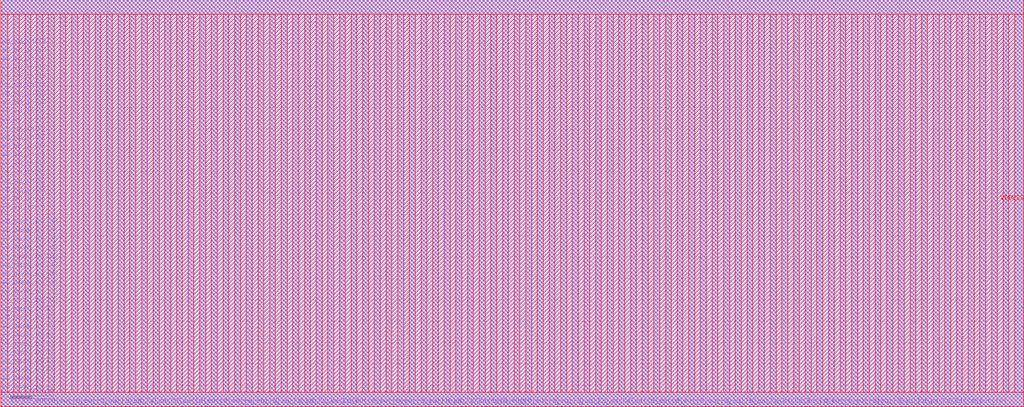
<source format=lef>
VERSION 5.7 ;
BUSBITCHARS "[]" ;
MACRO fakeram_20x64_2r1w
  FOREIGN fakeram_20x64_2r1w 0 0 ;
  SYMMETRY X Y R90 ;
  SIZE 477.940 BY 190.400 ;
  CLASS BLOCK ;
  PIN w0_mask_in[0]
    DIRECTION INPUT ;
    USE SIGNAL ;
    SHAPE ABUTMENT ;
    PORT
      LAYER met3 ;
      RECT 0.000 6.650 0.800 6.950 ;
    END
  END w0_mask_in[0]
  PIN w0_mask_in[1]
    DIRECTION INPUT ;
    USE SIGNAL ;
    SHAPE ABUTMENT ;
    PORT
      LAYER met3 ;
      RECT 0.000 10.730 0.800 11.030 ;
    END
  END w0_mask_in[1]
  PIN w0_mask_in[2]
    DIRECTION INPUT ;
    USE SIGNAL ;
    SHAPE ABUTMENT ;
    PORT
      LAYER met3 ;
      RECT 0.000 14.810 0.800 15.110 ;
    END
  END w0_mask_in[2]
  PIN w0_mask_in[3]
    DIRECTION INPUT ;
    USE SIGNAL ;
    SHAPE ABUTMENT ;
    PORT
      LAYER met3 ;
      RECT 0.000 18.890 0.800 19.190 ;
    END
  END w0_mask_in[3]
  PIN w0_mask_in[4]
    DIRECTION INPUT ;
    USE SIGNAL ;
    SHAPE ABUTMENT ;
    PORT
      LAYER met3 ;
      RECT 0.000 22.970 0.800 23.270 ;
    END
  END w0_mask_in[4]
  PIN w0_mask_in[5]
    DIRECTION INPUT ;
    USE SIGNAL ;
    SHAPE ABUTMENT ;
    PORT
      LAYER met3 ;
      RECT 0.000 27.050 0.800 27.350 ;
    END
  END w0_mask_in[5]
  PIN w0_mask_in[6]
    DIRECTION INPUT ;
    USE SIGNAL ;
    SHAPE ABUTMENT ;
    PORT
      LAYER met3 ;
      RECT 0.000 31.130 0.800 31.430 ;
    END
  END w0_mask_in[6]
  PIN w0_mask_in[7]
    DIRECTION INPUT ;
    USE SIGNAL ;
    SHAPE ABUTMENT ;
    PORT
      LAYER met3 ;
      RECT 0.000 35.210 0.800 35.510 ;
    END
  END w0_mask_in[7]
  PIN w0_mask_in[8]
    DIRECTION INPUT ;
    USE SIGNAL ;
    SHAPE ABUTMENT ;
    PORT
      LAYER met3 ;
      RECT 0.000 39.290 0.800 39.590 ;
    END
  END w0_mask_in[8]
  PIN w0_mask_in[9]
    DIRECTION INPUT ;
    USE SIGNAL ;
    SHAPE ABUTMENT ;
    PORT
      LAYER met3 ;
      RECT 0.000 43.370 0.800 43.670 ;
    END
  END w0_mask_in[9]
  PIN w0_mask_in[10]
    DIRECTION INPUT ;
    USE SIGNAL ;
    SHAPE ABUTMENT ;
    PORT
      LAYER met3 ;
      RECT 0.000 47.450 0.800 47.750 ;
    END
  END w0_mask_in[10]
  PIN w0_mask_in[11]
    DIRECTION INPUT ;
    USE SIGNAL ;
    SHAPE ABUTMENT ;
    PORT
      LAYER met3 ;
      RECT 0.000 51.530 0.800 51.830 ;
    END
  END w0_mask_in[11]
  PIN w0_mask_in[12]
    DIRECTION INPUT ;
    USE SIGNAL ;
    SHAPE ABUTMENT ;
    PORT
      LAYER met3 ;
      RECT 0.000 55.610 0.800 55.910 ;
    END
  END w0_mask_in[12]
  PIN w0_mask_in[13]
    DIRECTION INPUT ;
    USE SIGNAL ;
    SHAPE ABUTMENT ;
    PORT
      LAYER met3 ;
      RECT 0.000 59.690 0.800 59.990 ;
    END
  END w0_mask_in[13]
  PIN w0_mask_in[14]
    DIRECTION INPUT ;
    USE SIGNAL ;
    SHAPE ABUTMENT ;
    PORT
      LAYER met3 ;
      RECT 0.000 63.770 0.800 64.070 ;
    END
  END w0_mask_in[14]
  PIN w0_mask_in[15]
    DIRECTION INPUT ;
    USE SIGNAL ;
    SHAPE ABUTMENT ;
    PORT
      LAYER met3 ;
      RECT 0.000 67.850 0.800 68.150 ;
    END
  END w0_mask_in[15]
  PIN w0_mask_in[16]
    DIRECTION INPUT ;
    USE SIGNAL ;
    SHAPE ABUTMENT ;
    PORT
      LAYER met3 ;
      RECT 0.000 71.930 0.800 72.230 ;
    END
  END w0_mask_in[16]
  PIN w0_mask_in[17]
    DIRECTION INPUT ;
    USE SIGNAL ;
    SHAPE ABUTMENT ;
    PORT
      LAYER met3 ;
      RECT 0.000 76.010 0.800 76.310 ;
    END
  END w0_mask_in[17]
  PIN w0_mask_in[18]
    DIRECTION INPUT ;
    USE SIGNAL ;
    SHAPE ABUTMENT ;
    PORT
      LAYER met3 ;
      RECT 0.000 80.090 0.800 80.390 ;
    END
  END w0_mask_in[18]
  PIN w0_mask_in[19]
    DIRECTION INPUT ;
    USE SIGNAL ;
    SHAPE ABUTMENT ;
    PORT
      LAYER met3 ;
      RECT 0.000 84.170 0.800 84.470 ;
    END
  END w0_mask_in[19]
  PIN w0_wd_in[0]
    DIRECTION INPUT ;
    USE SIGNAL ;
    SHAPE ABUTMENT ;
    PORT
      LAYER met3 ;
      RECT 0.000 90.970 0.800 91.270 ;
    END
  END w0_wd_in[0]
  PIN w0_wd_in[1]
    DIRECTION INPUT ;
    USE SIGNAL ;
    SHAPE ABUTMENT ;
    PORT
      LAYER met3 ;
      RECT 0.000 95.050 0.800 95.350 ;
    END
  END w0_wd_in[1]
  PIN w0_wd_in[2]
    DIRECTION INPUT ;
    USE SIGNAL ;
    SHAPE ABUTMENT ;
    PORT
      LAYER met3 ;
      RECT 0.000 99.130 0.800 99.430 ;
    END
  END w0_wd_in[2]
  PIN w0_wd_in[3]
    DIRECTION INPUT ;
    USE SIGNAL ;
    SHAPE ABUTMENT ;
    PORT
      LAYER met3 ;
      RECT 0.000 103.210 0.800 103.510 ;
    END
  END w0_wd_in[3]
  PIN w0_wd_in[4]
    DIRECTION INPUT ;
    USE SIGNAL ;
    SHAPE ABUTMENT ;
    PORT
      LAYER met3 ;
      RECT 0.000 107.290 0.800 107.590 ;
    END
  END w0_wd_in[4]
  PIN w0_wd_in[5]
    DIRECTION INPUT ;
    USE SIGNAL ;
    SHAPE ABUTMENT ;
    PORT
      LAYER met3 ;
      RECT 0.000 111.370 0.800 111.670 ;
    END
  END w0_wd_in[5]
  PIN w0_wd_in[6]
    DIRECTION INPUT ;
    USE SIGNAL ;
    SHAPE ABUTMENT ;
    PORT
      LAYER met3 ;
      RECT 0.000 115.450 0.800 115.750 ;
    END
  END w0_wd_in[6]
  PIN w0_wd_in[7]
    DIRECTION INPUT ;
    USE SIGNAL ;
    SHAPE ABUTMENT ;
    PORT
      LAYER met3 ;
      RECT 0.000 119.530 0.800 119.830 ;
    END
  END w0_wd_in[7]
  PIN w0_wd_in[8]
    DIRECTION INPUT ;
    USE SIGNAL ;
    SHAPE ABUTMENT ;
    PORT
      LAYER met3 ;
      RECT 0.000 123.610 0.800 123.910 ;
    END
  END w0_wd_in[8]
  PIN w0_wd_in[9]
    DIRECTION INPUT ;
    USE SIGNAL ;
    SHAPE ABUTMENT ;
    PORT
      LAYER met3 ;
      RECT 0.000 127.690 0.800 127.990 ;
    END
  END w0_wd_in[9]
  PIN w0_wd_in[10]
    DIRECTION INPUT ;
    USE SIGNAL ;
    SHAPE ABUTMENT ;
    PORT
      LAYER met3 ;
      RECT 0.000 131.770 0.800 132.070 ;
    END
  END w0_wd_in[10]
  PIN w0_wd_in[11]
    DIRECTION INPUT ;
    USE SIGNAL ;
    SHAPE ABUTMENT ;
    PORT
      LAYER met3 ;
      RECT 0.000 135.850 0.800 136.150 ;
    END
  END w0_wd_in[11]
  PIN w0_wd_in[12]
    DIRECTION INPUT ;
    USE SIGNAL ;
    SHAPE ABUTMENT ;
    PORT
      LAYER met3 ;
      RECT 0.000 139.930 0.800 140.230 ;
    END
  END w0_wd_in[12]
  PIN w0_wd_in[13]
    DIRECTION INPUT ;
    USE SIGNAL ;
    SHAPE ABUTMENT ;
    PORT
      LAYER met3 ;
      RECT 0.000 144.010 0.800 144.310 ;
    END
  END w0_wd_in[13]
  PIN w0_wd_in[14]
    DIRECTION INPUT ;
    USE SIGNAL ;
    SHAPE ABUTMENT ;
    PORT
      LAYER met3 ;
      RECT 0.000 148.090 0.800 148.390 ;
    END
  END w0_wd_in[14]
  PIN w0_wd_in[15]
    DIRECTION INPUT ;
    USE SIGNAL ;
    SHAPE ABUTMENT ;
    PORT
      LAYER met3 ;
      RECT 0.000 152.170 0.800 152.470 ;
    END
  END w0_wd_in[15]
  PIN w0_wd_in[16]
    DIRECTION INPUT ;
    USE SIGNAL ;
    SHAPE ABUTMENT ;
    PORT
      LAYER met3 ;
      RECT 0.000 156.250 0.800 156.550 ;
    END
  END w0_wd_in[16]
  PIN w0_wd_in[17]
    DIRECTION INPUT ;
    USE SIGNAL ;
    SHAPE ABUTMENT ;
    PORT
      LAYER met3 ;
      RECT 0.000 160.330 0.800 160.630 ;
    END
  END w0_wd_in[17]
  PIN w0_wd_in[18]
    DIRECTION INPUT ;
    USE SIGNAL ;
    SHAPE ABUTMENT ;
    PORT
      LAYER met3 ;
      RECT 0.000 164.410 0.800 164.710 ;
    END
  END w0_wd_in[18]
  PIN w0_wd_in[19]
    DIRECTION INPUT ;
    USE SIGNAL ;
    SHAPE ABUTMENT ;
    PORT
      LAYER met3 ;
      RECT 0.000 168.490 0.800 168.790 ;
    END
  END w0_wd_in[19]
  PIN r0_rd_out[0]
    DIRECTION OUTPUT ;
    USE SIGNAL ;
    SHAPE ABUTMENT ;
    PORT
      LAYER met2 ;
      RECT 4.530 0.000 4.670 0.350 ;
    END
  END r0_rd_out[0]
  PIN r0_rd_out[1]
    DIRECTION OUTPUT ;
    USE SIGNAL ;
    SHAPE ABUTMENT ;
    PORT
      LAYER met2 ;
      RECT 16.030 0.000 16.170 0.350 ;
    END
  END r0_rd_out[1]
  PIN r0_rd_out[2]
    DIRECTION OUTPUT ;
    USE SIGNAL ;
    SHAPE ABUTMENT ;
    PORT
      LAYER met2 ;
      RECT 27.530 0.000 27.670 0.350 ;
    END
  END r0_rd_out[2]
  PIN r0_rd_out[3]
    DIRECTION OUTPUT ;
    USE SIGNAL ;
    SHAPE ABUTMENT ;
    PORT
      LAYER met2 ;
      RECT 39.030 0.000 39.170 0.350 ;
    END
  END r0_rd_out[3]
  PIN r0_rd_out[4]
    DIRECTION OUTPUT ;
    USE SIGNAL ;
    SHAPE ABUTMENT ;
    PORT
      LAYER met2 ;
      RECT 50.530 0.000 50.670 0.350 ;
    END
  END r0_rd_out[4]
  PIN r0_rd_out[5]
    DIRECTION OUTPUT ;
    USE SIGNAL ;
    SHAPE ABUTMENT ;
    PORT
      LAYER met2 ;
      RECT 62.030 0.000 62.170 0.350 ;
    END
  END r0_rd_out[5]
  PIN r0_rd_out[6]
    DIRECTION OUTPUT ;
    USE SIGNAL ;
    SHAPE ABUTMENT ;
    PORT
      LAYER met2 ;
      RECT 73.530 0.000 73.670 0.350 ;
    END
  END r0_rd_out[6]
  PIN r0_rd_out[7]
    DIRECTION OUTPUT ;
    USE SIGNAL ;
    SHAPE ABUTMENT ;
    PORT
      LAYER met2 ;
      RECT 85.030 0.000 85.170 0.350 ;
    END
  END r0_rd_out[7]
  PIN r0_rd_out[8]
    DIRECTION OUTPUT ;
    USE SIGNAL ;
    SHAPE ABUTMENT ;
    PORT
      LAYER met2 ;
      RECT 96.530 0.000 96.670 0.350 ;
    END
  END r0_rd_out[8]
  PIN r0_rd_out[9]
    DIRECTION OUTPUT ;
    USE SIGNAL ;
    SHAPE ABUTMENT ;
    PORT
      LAYER met2 ;
      RECT 108.030 0.000 108.170 0.350 ;
    END
  END r0_rd_out[9]
  PIN r0_rd_out[10]
    DIRECTION OUTPUT ;
    USE SIGNAL ;
    SHAPE ABUTMENT ;
    PORT
      LAYER met2 ;
      RECT 119.530 0.000 119.670 0.350 ;
    END
  END r0_rd_out[10]
  PIN r0_rd_out[11]
    DIRECTION OUTPUT ;
    USE SIGNAL ;
    SHAPE ABUTMENT ;
    PORT
      LAYER met2 ;
      RECT 131.030 0.000 131.170 0.350 ;
    END
  END r0_rd_out[11]
  PIN r0_rd_out[12]
    DIRECTION OUTPUT ;
    USE SIGNAL ;
    SHAPE ABUTMENT ;
    PORT
      LAYER met2 ;
      RECT 142.530 0.000 142.670 0.350 ;
    END
  END r0_rd_out[12]
  PIN r0_rd_out[13]
    DIRECTION OUTPUT ;
    USE SIGNAL ;
    SHAPE ABUTMENT ;
    PORT
      LAYER met2 ;
      RECT 154.030 0.000 154.170 0.350 ;
    END
  END r0_rd_out[13]
  PIN r0_rd_out[14]
    DIRECTION OUTPUT ;
    USE SIGNAL ;
    SHAPE ABUTMENT ;
    PORT
      LAYER met2 ;
      RECT 165.530 0.000 165.670 0.350 ;
    END
  END r0_rd_out[14]
  PIN r0_rd_out[15]
    DIRECTION OUTPUT ;
    USE SIGNAL ;
    SHAPE ABUTMENT ;
    PORT
      LAYER met2 ;
      RECT 177.030 0.000 177.170 0.350 ;
    END
  END r0_rd_out[15]
  PIN r0_rd_out[16]
    DIRECTION OUTPUT ;
    USE SIGNAL ;
    SHAPE ABUTMENT ;
    PORT
      LAYER met2 ;
      RECT 188.530 0.000 188.670 0.350 ;
    END
  END r0_rd_out[16]
  PIN r0_rd_out[17]
    DIRECTION OUTPUT ;
    USE SIGNAL ;
    SHAPE ABUTMENT ;
    PORT
      LAYER met2 ;
      RECT 200.030 0.000 200.170 0.350 ;
    END
  END r0_rd_out[17]
  PIN r0_rd_out[18]
    DIRECTION OUTPUT ;
    USE SIGNAL ;
    SHAPE ABUTMENT ;
    PORT
      LAYER met2 ;
      RECT 211.530 0.000 211.670 0.350 ;
    END
  END r0_rd_out[18]
  PIN r0_rd_out[19]
    DIRECTION OUTPUT ;
    USE SIGNAL ;
    SHAPE ABUTMENT ;
    PORT
      LAYER met2 ;
      RECT 223.030 0.000 223.170 0.350 ;
    END
  END r0_rd_out[19]
  PIN r1_rd_out[0]
    DIRECTION OUTPUT ;
    USE SIGNAL ;
    SHAPE ABUTMENT ;
    PORT
      LAYER met2 ;
      RECT 227.170 0.000 227.310 0.350 ;
    END
  END r1_rd_out[0]
  PIN r1_rd_out[1]
    DIRECTION OUTPUT ;
    USE SIGNAL ;
    SHAPE ABUTMENT ;
    PORT
      LAYER met2 ;
      RECT 238.670 0.000 238.810 0.350 ;
    END
  END r1_rd_out[1]
  PIN r1_rd_out[2]
    DIRECTION OUTPUT ;
    USE SIGNAL ;
    SHAPE ABUTMENT ;
    PORT
      LAYER met2 ;
      RECT 250.170 0.000 250.310 0.350 ;
    END
  END r1_rd_out[2]
  PIN r1_rd_out[3]
    DIRECTION OUTPUT ;
    USE SIGNAL ;
    SHAPE ABUTMENT ;
    PORT
      LAYER met2 ;
      RECT 261.670 0.000 261.810 0.350 ;
    END
  END r1_rd_out[3]
  PIN r1_rd_out[4]
    DIRECTION OUTPUT ;
    USE SIGNAL ;
    SHAPE ABUTMENT ;
    PORT
      LAYER met2 ;
      RECT 273.170 0.000 273.310 0.350 ;
    END
  END r1_rd_out[4]
  PIN r1_rd_out[5]
    DIRECTION OUTPUT ;
    USE SIGNAL ;
    SHAPE ABUTMENT ;
    PORT
      LAYER met2 ;
      RECT 284.670 0.000 284.810 0.350 ;
    END
  END r1_rd_out[5]
  PIN r1_rd_out[6]
    DIRECTION OUTPUT ;
    USE SIGNAL ;
    SHAPE ABUTMENT ;
    PORT
      LAYER met2 ;
      RECT 296.170 0.000 296.310 0.350 ;
    END
  END r1_rd_out[6]
  PIN r1_rd_out[7]
    DIRECTION OUTPUT ;
    USE SIGNAL ;
    SHAPE ABUTMENT ;
    PORT
      LAYER met2 ;
      RECT 307.670 0.000 307.810 0.350 ;
    END
  END r1_rd_out[7]
  PIN r1_rd_out[8]
    DIRECTION OUTPUT ;
    USE SIGNAL ;
    SHAPE ABUTMENT ;
    PORT
      LAYER met2 ;
      RECT 319.170 0.000 319.310 0.350 ;
    END
  END r1_rd_out[8]
  PIN r1_rd_out[9]
    DIRECTION OUTPUT ;
    USE SIGNAL ;
    SHAPE ABUTMENT ;
    PORT
      LAYER met2 ;
      RECT 330.670 0.000 330.810 0.350 ;
    END
  END r1_rd_out[9]
  PIN r1_rd_out[10]
    DIRECTION OUTPUT ;
    USE SIGNAL ;
    SHAPE ABUTMENT ;
    PORT
      LAYER met2 ;
      RECT 342.170 0.000 342.310 0.350 ;
    END
  END r1_rd_out[10]
  PIN r1_rd_out[11]
    DIRECTION OUTPUT ;
    USE SIGNAL ;
    SHAPE ABUTMENT ;
    PORT
      LAYER met2 ;
      RECT 353.670 0.000 353.810 0.350 ;
    END
  END r1_rd_out[11]
  PIN r1_rd_out[12]
    DIRECTION OUTPUT ;
    USE SIGNAL ;
    SHAPE ABUTMENT ;
    PORT
      LAYER met2 ;
      RECT 365.170 0.000 365.310 0.350 ;
    END
  END r1_rd_out[12]
  PIN r1_rd_out[13]
    DIRECTION OUTPUT ;
    USE SIGNAL ;
    SHAPE ABUTMENT ;
    PORT
      LAYER met2 ;
      RECT 376.670 0.000 376.810 0.350 ;
    END
  END r1_rd_out[13]
  PIN r1_rd_out[14]
    DIRECTION OUTPUT ;
    USE SIGNAL ;
    SHAPE ABUTMENT ;
    PORT
      LAYER met2 ;
      RECT 388.170 0.000 388.310 0.350 ;
    END
  END r1_rd_out[14]
  PIN r1_rd_out[15]
    DIRECTION OUTPUT ;
    USE SIGNAL ;
    SHAPE ABUTMENT ;
    PORT
      LAYER met2 ;
      RECT 399.670 0.000 399.810 0.350 ;
    END
  END r1_rd_out[15]
  PIN r1_rd_out[16]
    DIRECTION OUTPUT ;
    USE SIGNAL ;
    SHAPE ABUTMENT ;
    PORT
      LAYER met2 ;
      RECT 411.170 0.000 411.310 0.350 ;
    END
  END r1_rd_out[16]
  PIN r1_rd_out[17]
    DIRECTION OUTPUT ;
    USE SIGNAL ;
    SHAPE ABUTMENT ;
    PORT
      LAYER met2 ;
      RECT 422.670 0.000 422.810 0.350 ;
    END
  END r1_rd_out[17]
  PIN r1_rd_out[18]
    DIRECTION OUTPUT ;
    USE SIGNAL ;
    SHAPE ABUTMENT ;
    PORT
      LAYER met2 ;
      RECT 434.170 0.000 434.310 0.350 ;
    END
  END r1_rd_out[18]
  PIN r1_rd_out[19]
    DIRECTION OUTPUT ;
    USE SIGNAL ;
    SHAPE ABUTMENT ;
    PORT
      LAYER met2 ;
      RECT 445.670 0.000 445.810 0.350 ;
    END
  END r1_rd_out[19]
  PIN w0_addr_in[0]
    DIRECTION INPUT ;
    USE SIGNAL ;
    SHAPE ABUTMENT ;
    PORT
      LAYER met3 ;
      RECT 477.140 6.650 477.940 6.950 ;
    END
  END w0_addr_in[0]
  PIN w0_addr_in[1]
    DIRECTION INPUT ;
    USE SIGNAL ;
    SHAPE ABUTMENT ;
    PORT
      LAYER met3 ;
      RECT 477.140 12.770 477.940 13.070 ;
    END
  END w0_addr_in[1]
  PIN w0_addr_in[2]
    DIRECTION INPUT ;
    USE SIGNAL ;
    SHAPE ABUTMENT ;
    PORT
      LAYER met3 ;
      RECT 477.140 18.890 477.940 19.190 ;
    END
  END w0_addr_in[2]
  PIN w0_addr_in[3]
    DIRECTION INPUT ;
    USE SIGNAL ;
    SHAPE ABUTMENT ;
    PORT
      LAYER met3 ;
      RECT 477.140 25.010 477.940 25.310 ;
    END
  END w0_addr_in[3]
  PIN w0_addr_in[4]
    DIRECTION INPUT ;
    USE SIGNAL ;
    SHAPE ABUTMENT ;
    PORT
      LAYER met3 ;
      RECT 477.140 31.130 477.940 31.430 ;
    END
  END w0_addr_in[4]
  PIN w0_addr_in[5]
    DIRECTION INPUT ;
    USE SIGNAL ;
    SHAPE ABUTMENT ;
    PORT
      LAYER met3 ;
      RECT 477.140 37.250 477.940 37.550 ;
    END
  END w0_addr_in[5]
  PIN r0_addr_in[0]
    DIRECTION INPUT ;
    USE SIGNAL ;
    SHAPE ABUTMENT ;
    PORT
      LAYER met2 ;
      RECT 4.530 190.050 4.670 190.400 ;
    END
  END r0_addr_in[0]
  PIN r0_addr_in[1]
    DIRECTION INPUT ;
    USE SIGNAL ;
    SHAPE ABUTMENT ;
    PORT
      LAYER met2 ;
      RECT 15.110 190.050 15.250 190.400 ;
    END
  END r0_addr_in[1]
  PIN r0_addr_in[2]
    DIRECTION INPUT ;
    USE SIGNAL ;
    SHAPE ABUTMENT ;
    PORT
      LAYER met2 ;
      RECT 25.690 190.050 25.830 190.400 ;
    END
  END r0_addr_in[2]
  PIN r0_addr_in[3]
    DIRECTION INPUT ;
    USE SIGNAL ;
    SHAPE ABUTMENT ;
    PORT
      LAYER met2 ;
      RECT 36.270 190.050 36.410 190.400 ;
    END
  END r0_addr_in[3]
  PIN r0_addr_in[4]
    DIRECTION INPUT ;
    USE SIGNAL ;
    SHAPE ABUTMENT ;
    PORT
      LAYER met2 ;
      RECT 46.850 190.050 46.990 190.400 ;
    END
  END r0_addr_in[4]
  PIN r0_addr_in[5]
    DIRECTION INPUT ;
    USE SIGNAL ;
    SHAPE ABUTMENT ;
    PORT
      LAYER met2 ;
      RECT 57.430 190.050 57.570 190.400 ;
    END
  END r0_addr_in[5]
  PIN r1_addr_in[0]
    DIRECTION INPUT ;
    USE SIGNAL ;
    SHAPE ABUTMENT ;
    PORT
      LAYER met2 ;
      RECT 58.810 190.050 58.950 190.400 ;
    END
  END r1_addr_in[0]
  PIN r1_addr_in[1]
    DIRECTION INPUT ;
    USE SIGNAL ;
    SHAPE ABUTMENT ;
    PORT
      LAYER met2 ;
      RECT 69.390 190.050 69.530 190.400 ;
    END
  END r1_addr_in[1]
  PIN r1_addr_in[2]
    DIRECTION INPUT ;
    USE SIGNAL ;
    SHAPE ABUTMENT ;
    PORT
      LAYER met2 ;
      RECT 79.970 190.050 80.110 190.400 ;
    END
  END r1_addr_in[2]
  PIN r1_addr_in[3]
    DIRECTION INPUT ;
    USE SIGNAL ;
    SHAPE ABUTMENT ;
    PORT
      LAYER met2 ;
      RECT 90.550 190.050 90.690 190.400 ;
    END
  END r1_addr_in[3]
  PIN r1_addr_in[4]
    DIRECTION INPUT ;
    USE SIGNAL ;
    SHAPE ABUTMENT ;
    PORT
      LAYER met2 ;
      RECT 101.130 190.050 101.270 190.400 ;
    END
  END r1_addr_in[4]
  PIN r1_addr_in[5]
    DIRECTION INPUT ;
    USE SIGNAL ;
    SHAPE ABUTMENT ;
    PORT
      LAYER met2 ;
      RECT 111.710 190.050 111.850 190.400 ;
    END
  END r1_addr_in[5]
  PIN w0_we_in
    DIRECTION INPUT ;
    USE SIGNAL ;
    SHAPE ABUTMENT ;
    PORT
      LAYER met3 ;
      RECT 477.140 46.090 477.940 46.390 ;
    END
  END w0_we_in
  PIN w0_ce_in
    DIRECTION INPUT ;
    USE SIGNAL ;
    SHAPE ABUTMENT ;
    PORT
      LAYER met3 ;
      RECT 477.140 54.930 477.940 55.230 ;
    END
  END w0_ce_in
  PIN w0_clk
    DIRECTION INPUT ;
    USE SIGNAL ;
    SHAPE ABUTMENT ;
    PORT
      LAYER met3 ;
      RECT 477.140 63.770 477.940 64.070 ;
    END
  END w0_clk
  PIN r0_ce_in
    DIRECTION INPUT ;
    USE SIGNAL ;
    SHAPE ABUTMENT ;
    PORT
      LAYER met2 ;
      RECT 113.090 190.050 113.230 190.400 ;
    END
  END r0_ce_in
  PIN r0_clk
    DIRECTION INPUT ;
    USE SIGNAL ;
    SHAPE ABUTMENT ;
    PORT
      LAYER met2 ;
      RECT 114.470 190.050 114.610 190.400 ;
    END
  END r0_clk
  PIN r1_ce_in
    DIRECTION INPUT ;
    USE SIGNAL ;
    SHAPE ABUTMENT ;
    PORT
      LAYER met2 ;
      RECT 115.850 190.050 115.990 190.400 ;
    END
  END r1_ce_in
  PIN r1_clk
    DIRECTION INPUT ;
    USE SIGNAL ;
    SHAPE ABUTMENT ;
    PORT
      LAYER met2 ;
      RECT 117.230 190.050 117.370 190.400 ;
    END
  END r1_clk
  PIN VSS
    DIRECTION INOUT ;
    USE GROUND ;
    PORT
      LAYER met4 ;
      RECT 3.240 6.800 5.960 183.600 ;
      RECT 14.120 6.800 16.840 183.600 ;
      RECT 25.000 6.800 27.720 183.600 ;
      RECT 35.880 6.800 38.600 183.600 ;
      RECT 46.760 6.800 49.480 183.600 ;
      RECT 57.640 6.800 60.360 183.600 ;
      RECT 68.520 6.800 71.240 183.600 ;
      RECT 79.400 6.800 82.120 183.600 ;
      RECT 90.280 6.800 93.000 183.600 ;
      RECT 101.160 6.800 103.880 183.600 ;
      RECT 112.040 6.800 114.760 183.600 ;
      RECT 122.920 6.800 125.640 183.600 ;
      RECT 133.800 6.800 136.520 183.600 ;
      RECT 144.680 6.800 147.400 183.600 ;
      RECT 155.560 6.800 158.280 183.600 ;
      RECT 166.440 6.800 169.160 183.600 ;
      RECT 177.320 6.800 180.040 183.600 ;
      RECT 188.200 6.800 190.920 183.600 ;
      RECT 199.080 6.800 201.800 183.600 ;
      RECT 209.960 6.800 212.680 183.600 ;
      RECT 220.840 6.800 223.560 183.600 ;
      RECT 231.720 6.800 234.440 183.600 ;
      RECT 242.600 6.800 245.320 183.600 ;
      RECT 253.480 6.800 256.200 183.600 ;
      RECT 264.360 6.800 267.080 183.600 ;
      RECT 275.240 6.800 277.960 183.600 ;
      RECT 286.120 6.800 288.840 183.600 ;
      RECT 297.000 6.800 299.720 183.600 ;
      RECT 307.880 6.800 310.600 183.600 ;
      RECT 318.760 6.800 321.480 183.600 ;
      RECT 329.640 6.800 332.360 183.600 ;
      RECT 340.520 6.800 343.240 183.600 ;
      RECT 351.400 6.800 354.120 183.600 ;
      RECT 362.280 6.800 365.000 183.600 ;
      RECT 373.160 6.800 375.880 183.600 ;
      RECT 384.040 6.800 386.760 183.600 ;
      RECT 394.920 6.800 397.640 183.600 ;
      RECT 405.800 6.800 408.520 183.600 ;
      RECT 416.680 6.800 419.400 183.600 ;
      RECT 427.560 6.800 430.280 183.600 ;
      RECT 438.440 6.800 441.160 183.600 ;
      RECT 449.320 6.800 452.040 183.600 ;
      RECT 460.200 6.800 462.920 183.600 ;
      RECT 471.080 6.800 473.800 183.600 ;
    END
  END VSS
  PIN VDD
    DIRECTION INOUT ;
    USE POWER ;
    PORT
      LAYER met4 ;
      RECT 8.680 6.800 11.400 183.600 ;
      RECT 19.560 6.800 22.280 183.600 ;
      RECT 30.440 6.800 33.160 183.600 ;
      RECT 41.320 6.800 44.040 183.600 ;
      RECT 52.200 6.800 54.920 183.600 ;
      RECT 63.080 6.800 65.800 183.600 ;
      RECT 73.960 6.800 76.680 183.600 ;
      RECT 84.840 6.800 87.560 183.600 ;
      RECT 95.720 6.800 98.440 183.600 ;
      RECT 106.600 6.800 109.320 183.600 ;
      RECT 117.480 6.800 120.200 183.600 ;
      RECT 128.360 6.800 131.080 183.600 ;
      RECT 139.240 6.800 141.960 183.600 ;
      RECT 150.120 6.800 152.840 183.600 ;
      RECT 161.000 6.800 163.720 183.600 ;
      RECT 171.880 6.800 174.600 183.600 ;
      RECT 182.760 6.800 185.480 183.600 ;
      RECT 193.640 6.800 196.360 183.600 ;
      RECT 204.520 6.800 207.240 183.600 ;
      RECT 215.400 6.800 218.120 183.600 ;
      RECT 226.280 6.800 229.000 183.600 ;
      RECT 237.160 6.800 239.880 183.600 ;
      RECT 248.040 6.800 250.760 183.600 ;
      RECT 258.920 6.800 261.640 183.600 ;
      RECT 269.800 6.800 272.520 183.600 ;
      RECT 280.680 6.800 283.400 183.600 ;
      RECT 291.560 6.800 294.280 183.600 ;
      RECT 302.440 6.800 305.160 183.600 ;
      RECT 313.320 6.800 316.040 183.600 ;
      RECT 324.200 6.800 326.920 183.600 ;
      RECT 335.080 6.800 337.800 183.600 ;
      RECT 345.960 6.800 348.680 183.600 ;
      RECT 356.840 6.800 359.560 183.600 ;
      RECT 367.720 6.800 370.440 183.600 ;
      RECT 378.600 6.800 381.320 183.600 ;
      RECT 389.480 6.800 392.200 183.600 ;
      RECT 400.360 6.800 403.080 183.600 ;
      RECT 411.240 6.800 413.960 183.600 ;
      RECT 422.120 6.800 424.840 183.600 ;
      RECT 433.000 6.800 435.720 183.600 ;
      RECT 443.880 6.800 446.600 183.600 ;
      RECT 454.760 6.800 457.480 183.600 ;
      RECT 465.640 6.800 468.360 183.600 ;
    END
  END VDD
  OBS
    LAYER met1 ;
    RECT 0 0 477.940 190.400 ;
    LAYER met2 ;
    RECT 0 0 477.940 190.400 ;
    LAYER met3 ;
    RECT 0.800 0 477.940 190.400 ;
    LAYER met4 ;
    RECT 0 0 477.940 6.800 ;
    RECT 0 183.600 477.940 190.400 ;
    RECT 0.000 6.800 3.240 183.600 ;
    RECT 5.960 6.800 8.680 183.600 ;
    RECT 11.400 6.800 14.120 183.600 ;
    RECT 16.840 6.800 19.560 183.600 ;
    RECT 22.280 6.800 25.000 183.600 ;
    RECT 27.720 6.800 30.440 183.600 ;
    RECT 33.160 6.800 35.880 183.600 ;
    RECT 38.600 6.800 41.320 183.600 ;
    RECT 44.040 6.800 46.760 183.600 ;
    RECT 49.480 6.800 52.200 183.600 ;
    RECT 54.920 6.800 57.640 183.600 ;
    RECT 60.360 6.800 63.080 183.600 ;
    RECT 65.800 6.800 68.520 183.600 ;
    RECT 71.240 6.800 73.960 183.600 ;
    RECT 76.680 6.800 79.400 183.600 ;
    RECT 82.120 6.800 84.840 183.600 ;
    RECT 87.560 6.800 90.280 183.600 ;
    RECT 93.000 6.800 95.720 183.600 ;
    RECT 98.440 6.800 101.160 183.600 ;
    RECT 103.880 6.800 106.600 183.600 ;
    RECT 109.320 6.800 112.040 183.600 ;
    RECT 114.760 6.800 117.480 183.600 ;
    RECT 120.200 6.800 122.920 183.600 ;
    RECT 125.640 6.800 128.360 183.600 ;
    RECT 131.080 6.800 133.800 183.600 ;
    RECT 136.520 6.800 139.240 183.600 ;
    RECT 141.960 6.800 144.680 183.600 ;
    RECT 147.400 6.800 150.120 183.600 ;
    RECT 152.840 6.800 155.560 183.600 ;
    RECT 158.280 6.800 161.000 183.600 ;
    RECT 163.720 6.800 166.440 183.600 ;
    RECT 169.160 6.800 171.880 183.600 ;
    RECT 174.600 6.800 177.320 183.600 ;
    RECT 180.040 6.800 182.760 183.600 ;
    RECT 185.480 6.800 188.200 183.600 ;
    RECT 190.920 6.800 193.640 183.600 ;
    RECT 196.360 6.800 199.080 183.600 ;
    RECT 201.800 6.800 204.520 183.600 ;
    RECT 207.240 6.800 209.960 183.600 ;
    RECT 212.680 6.800 215.400 183.600 ;
    RECT 218.120 6.800 220.840 183.600 ;
    RECT 223.560 6.800 226.280 183.600 ;
    RECT 229.000 6.800 231.720 183.600 ;
    RECT 234.440 6.800 237.160 183.600 ;
    RECT 239.880 6.800 242.600 183.600 ;
    RECT 245.320 6.800 248.040 183.600 ;
    RECT 250.760 6.800 253.480 183.600 ;
    RECT 256.200 6.800 258.920 183.600 ;
    RECT 261.640 6.800 264.360 183.600 ;
    RECT 267.080 6.800 269.800 183.600 ;
    RECT 272.520 6.800 275.240 183.600 ;
    RECT 277.960 6.800 280.680 183.600 ;
    RECT 283.400 6.800 286.120 183.600 ;
    RECT 288.840 6.800 291.560 183.600 ;
    RECT 294.280 6.800 297.000 183.600 ;
    RECT 299.720 6.800 302.440 183.600 ;
    RECT 305.160 6.800 307.880 183.600 ;
    RECT 310.600 6.800 313.320 183.600 ;
    RECT 316.040 6.800 318.760 183.600 ;
    RECT 321.480 6.800 324.200 183.600 ;
    RECT 326.920 6.800 329.640 183.600 ;
    RECT 332.360 6.800 335.080 183.600 ;
    RECT 337.800 6.800 340.520 183.600 ;
    RECT 343.240 6.800 345.960 183.600 ;
    RECT 348.680 6.800 351.400 183.600 ;
    RECT 354.120 6.800 356.840 183.600 ;
    RECT 359.560 6.800 362.280 183.600 ;
    RECT 365.000 6.800 367.720 183.600 ;
    RECT 370.440 6.800 373.160 183.600 ;
    RECT 375.880 6.800 378.600 183.600 ;
    RECT 381.320 6.800 384.040 183.600 ;
    RECT 386.760 6.800 389.480 183.600 ;
    RECT 392.200 6.800 394.920 183.600 ;
    RECT 397.640 6.800 400.360 183.600 ;
    RECT 403.080 6.800 405.800 183.600 ;
    RECT 408.520 6.800 411.240 183.600 ;
    RECT 413.960 6.800 416.680 183.600 ;
    RECT 419.400 6.800 422.120 183.600 ;
    RECT 424.840 6.800 427.560 183.600 ;
    RECT 430.280 6.800 433.000 183.600 ;
    RECT 435.720 6.800 438.440 183.600 ;
    RECT 441.160 6.800 443.880 183.600 ;
    RECT 446.600 6.800 449.320 183.600 ;
    RECT 452.040 6.800 454.760 183.600 ;
    RECT 457.480 6.800 460.200 183.600 ;
    RECT 462.920 6.800 465.640 183.600 ;
    RECT 468.360 6.800 471.080 183.600 ;
    RECT 473.800 6.800 477.940 183.600 ;
    LAYER OVERLAP ;
    RECT 0 0 477.940 190.400 ;
  END
END fakeram_20x64_2r1w

END LIBRARY

</source>
